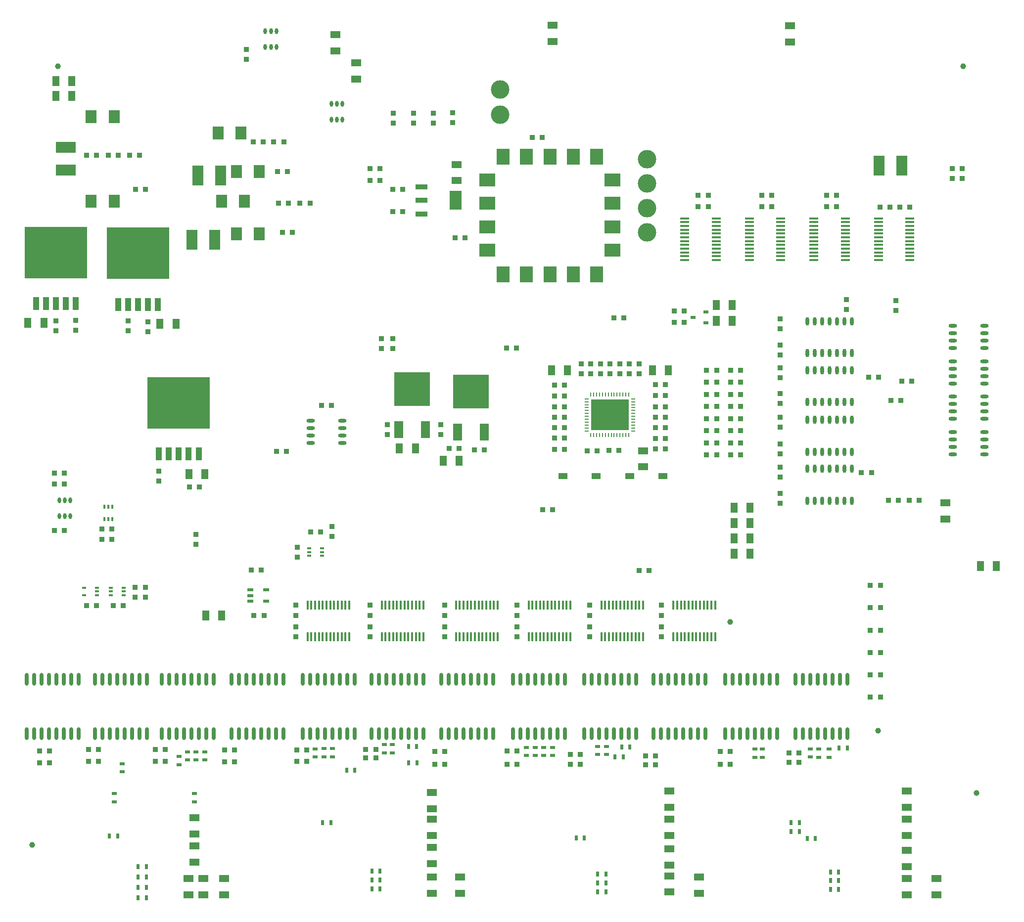
<source format=gbp>
G04*
G04 #@! TF.GenerationSoftware,Altium Limited,Altium Designer,21.1.1 (26)*
G04*
G04 Layer_Color=128*
%FSLAX25Y25*%
%MOIN*%
G70*
G04*
G04 #@! TF.SameCoordinates,6EF8526F-0482-4719-AD29-3D8887788FD4*
G04*
G04*
G04 #@! TF.FilePolarity,Positive*
G04*
G01*
G75*
%ADD27R,0.03740X0.03740*%
%ADD28R,0.03740X0.03740*%
%ADD29O,0.06299X0.01575*%
%ADD33O,0.01575X0.06299*%
%ADD35R,0.03150X0.01575*%
%ADD38R,0.06693X0.04528*%
%ADD39O,0.02362X0.05709*%
%ADD40R,0.03937X0.02362*%
%ADD43C,0.03937*%
%ADD45R,0.07500X0.13500*%
%ADD131O,0.02362X0.03937*%
%ADD132R,0.08465X0.03543*%
%ADD133R,0.08465X0.12598*%
%ADD134R,0.06299X0.03937*%
%ADD135R,0.03347X0.02362*%
%ADD136R,0.04528X0.06693*%
%ADD137O,0.02362X0.08661*%
%ADD138O,0.00984X0.03150*%
%ADD139O,0.03150X0.00984*%
%ADD140R,0.25197X0.20866*%
%ADD141R,0.01575X0.03150*%
%ADD142C,0.12500*%
%ADD143R,0.02362X0.03347*%
%ADD144R,0.03347X0.02362*%
%ADD145R,0.11024X0.09055*%
%ADD146R,0.09055X0.11024*%
%ADD147R,0.07500X0.09000*%
%ADD148R,0.06299X0.11811*%
%ADD149R,0.24410X0.22835*%
%ADD150R,0.13500X0.07500*%
%ADD151O,0.05709X0.02362*%
%ADD152R,0.42000X0.35000*%
%ADD153R,0.04200X0.09000*%
D27*
X187153Y582000D02*
D03*
X193846D02*
D03*
X160846Y301500D02*
D03*
X154154D02*
D03*
X178847D02*
D03*
X172153D02*
D03*
X351847Y596000D02*
D03*
X345153D02*
D03*
X556847Y492500D02*
D03*
X550153D02*
D03*
X556847Y500000D02*
D03*
X550153D02*
D03*
X710235Y452761D02*
D03*
X703543D02*
D03*
X681153Y455332D02*
D03*
X687847D02*
D03*
X696427Y439745D02*
D03*
X703120D02*
D03*
X683162Y391220D02*
D03*
X676469D02*
D03*
X701343Y372363D02*
D03*
X694651D02*
D03*
X708653D02*
D03*
X715346D02*
D03*
X537648Y414096D02*
D03*
X544341D02*
D03*
X537653Y421500D02*
D03*
X544347D02*
D03*
Y443000D02*
D03*
X537653D02*
D03*
Y450500D02*
D03*
X544347D02*
D03*
X537653Y428500D02*
D03*
X544347D02*
D03*
X537653Y407000D02*
D03*
X544347D02*
D03*
X537653Y435500D02*
D03*
X544347D02*
D03*
X594879Y402976D02*
D03*
X588187D02*
D03*
X594879Y411151D02*
D03*
X588187D02*
D03*
X594879Y419325D02*
D03*
X588187D02*
D03*
X594879Y427500D02*
D03*
X588187D02*
D03*
X594879Y435675D02*
D03*
X588187D02*
D03*
X594879Y443850D02*
D03*
X588187D02*
D03*
X594879Y452024D02*
D03*
X588187D02*
D03*
X594879Y460199D02*
D03*
X588187D02*
D03*
X572121Y402976D02*
D03*
X578814D02*
D03*
X572121Y411151D02*
D03*
X578814D02*
D03*
X572121Y419325D02*
D03*
X578814D02*
D03*
X572121Y427500D02*
D03*
X578814D02*
D03*
X572121Y435675D02*
D03*
X578814D02*
D03*
X572121Y443850D02*
D03*
X578814D02*
D03*
X572121Y452024D02*
D03*
X578814D02*
D03*
X572121Y460199D02*
D03*
X578814D02*
D03*
X498401Y405900D02*
D03*
X491709D02*
D03*
X506153Y406000D02*
D03*
X512847D02*
D03*
X469661Y406900D02*
D03*
X476354D02*
D03*
X469654Y414500D02*
D03*
X476346D02*
D03*
X469654Y421500D02*
D03*
X476346D02*
D03*
X469654Y428500D02*
D03*
X476346D02*
D03*
X469654Y435500D02*
D03*
X476346D02*
D03*
X469661Y442880D02*
D03*
X476354D02*
D03*
X469661Y450076D02*
D03*
X476354D02*
D03*
X164654Y353000D02*
D03*
X171346D02*
D03*
Y346000D02*
D03*
X164654D02*
D03*
X682461Y284928D02*
D03*
X689153D02*
D03*
X682461Y269857D02*
D03*
X689153D02*
D03*
X609154Y578000D02*
D03*
X615846D02*
D03*
X566468Y570500D02*
D03*
X573161D02*
D03*
X615846D02*
D03*
X609154D02*
D03*
X709048Y570205D02*
D03*
X702355D02*
D03*
X689032Y570076D02*
D03*
X695725D02*
D03*
X652853Y578000D02*
D03*
X659547D02*
D03*
X573161D02*
D03*
X566468D02*
D03*
X659547Y570500D02*
D03*
X652853D02*
D03*
X345153Y588000D02*
D03*
X351847D02*
D03*
X461346Y617000D02*
D03*
X454654D02*
D03*
X402654Y549500D02*
D03*
X409346D02*
D03*
X744347Y596000D02*
D03*
X737653D02*
D03*
X744347Y589500D02*
D03*
X737653D02*
D03*
X634329Y195870D02*
D03*
X627636D02*
D03*
X304837Y572890D02*
D03*
X298144D02*
D03*
X415654Y406390D02*
D03*
X422346D02*
D03*
X398654Y407500D02*
D03*
X405346D02*
D03*
X183441Y605100D02*
D03*
X190134D02*
D03*
X168826D02*
D03*
X175519D02*
D03*
X154326D02*
D03*
X161019D02*
D03*
X280474Y614000D02*
D03*
X287167D02*
D03*
X266504D02*
D03*
X273197D02*
D03*
X283757Y572890D02*
D03*
X290450D02*
D03*
X689153Y239713D02*
D03*
X682461D02*
D03*
X689153Y254785D02*
D03*
X682461D02*
D03*
X689153Y300000D02*
D03*
X682461D02*
D03*
X689153Y315072D02*
D03*
X682461D02*
D03*
X132653Y383500D02*
D03*
X139347D02*
D03*
X132567Y352000D02*
D03*
X139260D02*
D03*
X312619Y436500D02*
D03*
X319312D02*
D03*
X444097Y474988D02*
D03*
X437403D02*
D03*
X526620Y325000D02*
D03*
X533313D02*
D03*
X509654Y495500D02*
D03*
X516347D02*
D03*
X468298Y366000D02*
D03*
X461605D02*
D03*
X282154Y405500D02*
D03*
X288846D02*
D03*
X155654Y196500D02*
D03*
X162346D02*
D03*
X247294Y196000D02*
D03*
X253987D02*
D03*
X342472Y198786D02*
D03*
X349165D02*
D03*
X437653Y194500D02*
D03*
X444347D02*
D03*
X530873Y194000D02*
D03*
X537566D02*
D03*
X155654Y204500D02*
D03*
X162346D02*
D03*
X247294Y204000D02*
D03*
X253987D02*
D03*
X342472Y204500D02*
D03*
X349165D02*
D03*
X437653Y203500D02*
D03*
X444347D02*
D03*
X530873Y200130D02*
D03*
X537566D02*
D03*
X627654Y202000D02*
D03*
X634346D02*
D03*
X129347Y195500D02*
D03*
X122653D02*
D03*
X200654Y196500D02*
D03*
X207347D02*
D03*
X295999D02*
D03*
X302692D02*
D03*
X388913Y194500D02*
D03*
X395605D02*
D03*
X480224Y194502D02*
D03*
X486916D02*
D03*
X581153Y194500D02*
D03*
X587847D02*
D03*
X129347Y203500D02*
D03*
X122653D02*
D03*
X200654Y204500D02*
D03*
X207347D02*
D03*
X295999Y204000D02*
D03*
X302692D02*
D03*
X388913Y203000D02*
D03*
X395605D02*
D03*
X480224Y201173D02*
D03*
X486916D02*
D03*
X581153Y203000D02*
D03*
X587847D02*
D03*
X360653Y567161D02*
D03*
X367347D02*
D03*
X360653Y582161D02*
D03*
X367347D02*
D03*
X267122Y294937D02*
D03*
X273815D02*
D03*
X271847Y325500D02*
D03*
X265154D02*
D03*
X230335Y381500D02*
D03*
X223642D02*
D03*
X282970Y594000D02*
D03*
X289663D02*
D03*
X305336Y351111D02*
D03*
X312029D02*
D03*
X286316Y553000D02*
D03*
X293009D02*
D03*
X132653Y390750D02*
D03*
X139347D02*
D03*
D28*
X353000Y481347D02*
D03*
Y474653D02*
D03*
X262000Y669654D02*
D03*
Y676346D02*
D03*
X194000Y313846D02*
D03*
Y307154D02*
D03*
X187000Y313846D02*
D03*
Y307154D02*
D03*
X621665Y454950D02*
D03*
Y461643D02*
D03*
Y437742D02*
D03*
Y444434D02*
D03*
X699773Y500437D02*
D03*
Y507130D02*
D03*
X666181Y507917D02*
D03*
Y501224D02*
D03*
X621665Y377186D02*
D03*
Y370493D02*
D03*
Y394894D02*
D03*
Y388201D02*
D03*
Y410602D02*
D03*
Y403909D02*
D03*
Y428310D02*
D03*
Y421617D02*
D03*
Y477018D02*
D03*
Y470325D02*
D03*
Y494726D02*
D03*
Y488033D02*
D03*
X487500Y464347D02*
D03*
Y457654D02*
D03*
X494000Y464347D02*
D03*
Y457654D02*
D03*
X500500Y464347D02*
D03*
Y457654D02*
D03*
X507000Y464347D02*
D03*
Y457654D02*
D03*
X513500Y464347D02*
D03*
Y457654D02*
D03*
X520000Y464347D02*
D03*
Y457654D02*
D03*
X526500Y464347D02*
D03*
Y457654D02*
D03*
X228000Y342653D02*
D03*
Y349346D02*
D03*
X319500Y348153D02*
D03*
Y354847D02*
D03*
X393000Y423319D02*
D03*
Y416627D02*
D03*
X357000D02*
D03*
Y423319D02*
D03*
X295231Y301630D02*
D03*
Y294937D02*
D03*
X345231Y301630D02*
D03*
Y294937D02*
D03*
X395490Y301630D02*
D03*
Y294937D02*
D03*
X444231Y301630D02*
D03*
Y294937D02*
D03*
X493231Y301630D02*
D03*
Y294937D02*
D03*
X541797Y301630D02*
D03*
Y294937D02*
D03*
X295231Y287063D02*
D03*
Y280370D02*
D03*
X345231Y287063D02*
D03*
Y280370D02*
D03*
X395490Y287063D02*
D03*
Y280370D02*
D03*
X444231Y287063D02*
D03*
Y280370D02*
D03*
X493231Y287063D02*
D03*
Y280370D02*
D03*
X541797Y287063D02*
D03*
Y280370D02*
D03*
X133639Y486728D02*
D03*
Y493421D02*
D03*
X147039Y487153D02*
D03*
Y493847D02*
D03*
X195584Y486228D02*
D03*
Y492921D02*
D03*
X182184Y486654D02*
D03*
Y493347D02*
D03*
X203030Y385387D02*
D03*
Y392080D02*
D03*
X296252Y334195D02*
D03*
Y340888D02*
D03*
X374500Y626653D02*
D03*
Y633347D02*
D03*
X361000Y626653D02*
D03*
Y633347D02*
D03*
X388000Y626653D02*
D03*
Y633347D02*
D03*
X400992Y627153D02*
D03*
Y633847D02*
D03*
X360653Y481347D02*
D03*
Y474653D02*
D03*
D29*
X578630Y562575D02*
D03*
Y560016D02*
D03*
Y557457D02*
D03*
Y554898D02*
D03*
Y552339D02*
D03*
Y549780D02*
D03*
Y547221D02*
D03*
Y544661D02*
D03*
Y542102D02*
D03*
Y539543D02*
D03*
Y536984D02*
D03*
Y534425D02*
D03*
X557370Y562575D02*
D03*
Y560016D02*
D03*
Y557457D02*
D03*
Y554898D02*
D03*
Y552339D02*
D03*
Y549780D02*
D03*
Y547221D02*
D03*
Y544661D02*
D03*
Y542102D02*
D03*
Y539543D02*
D03*
Y536984D02*
D03*
Y534425D02*
D03*
X709130Y562575D02*
D03*
Y560016D02*
D03*
Y557457D02*
D03*
Y554898D02*
D03*
Y552339D02*
D03*
Y549780D02*
D03*
Y547221D02*
D03*
Y544661D02*
D03*
Y542102D02*
D03*
Y539543D02*
D03*
Y536984D02*
D03*
Y534425D02*
D03*
X687870Y562575D02*
D03*
Y560016D02*
D03*
Y557457D02*
D03*
Y554898D02*
D03*
Y552339D02*
D03*
Y549780D02*
D03*
Y547221D02*
D03*
Y544661D02*
D03*
Y542102D02*
D03*
Y539543D02*
D03*
Y536984D02*
D03*
Y534425D02*
D03*
X622130Y562575D02*
D03*
Y560016D02*
D03*
Y557457D02*
D03*
Y554898D02*
D03*
Y552339D02*
D03*
Y549780D02*
D03*
Y547221D02*
D03*
Y544661D02*
D03*
Y542102D02*
D03*
Y539543D02*
D03*
Y536984D02*
D03*
Y534425D02*
D03*
X600870Y562575D02*
D03*
Y560016D02*
D03*
Y557457D02*
D03*
Y554898D02*
D03*
Y552339D02*
D03*
Y549780D02*
D03*
Y547221D02*
D03*
Y544661D02*
D03*
Y542102D02*
D03*
Y539543D02*
D03*
Y536984D02*
D03*
Y534425D02*
D03*
X665630Y562575D02*
D03*
Y560016D02*
D03*
Y557457D02*
D03*
Y554898D02*
D03*
Y552339D02*
D03*
Y549780D02*
D03*
Y547221D02*
D03*
Y544661D02*
D03*
Y542102D02*
D03*
Y539543D02*
D03*
Y536984D02*
D03*
Y534425D02*
D03*
X644370Y562575D02*
D03*
Y560016D02*
D03*
Y557457D02*
D03*
Y554898D02*
D03*
Y552339D02*
D03*
Y549780D02*
D03*
Y547221D02*
D03*
Y544661D02*
D03*
Y542102D02*
D03*
Y539543D02*
D03*
Y536984D02*
D03*
Y534425D02*
D03*
D33*
X331306Y280370D02*
D03*
X328747D02*
D03*
X326187D02*
D03*
X323628D02*
D03*
X321069D02*
D03*
X318510D02*
D03*
X315951D02*
D03*
X313392D02*
D03*
X310833D02*
D03*
X308274D02*
D03*
X305715D02*
D03*
X303156D02*
D03*
X331306Y301630D02*
D03*
X328747D02*
D03*
X326187D02*
D03*
X323628D02*
D03*
X321069D02*
D03*
X318510D02*
D03*
X315951D02*
D03*
X313392D02*
D03*
X310833D02*
D03*
X308274D02*
D03*
X305715D02*
D03*
X303156D02*
D03*
X381306Y280370D02*
D03*
X378747D02*
D03*
X376187D02*
D03*
X373628D02*
D03*
X371069D02*
D03*
X368510D02*
D03*
X365951D02*
D03*
X363392D02*
D03*
X360833D02*
D03*
X358274D02*
D03*
X355715D02*
D03*
X353156D02*
D03*
X381306Y301630D02*
D03*
X378747D02*
D03*
X376187D02*
D03*
X373628D02*
D03*
X371069D02*
D03*
X368510D02*
D03*
X365951D02*
D03*
X363392D02*
D03*
X360833D02*
D03*
X358274D02*
D03*
X355715D02*
D03*
X353156D02*
D03*
X431306Y280370D02*
D03*
X428747D02*
D03*
X426187D02*
D03*
X423628D02*
D03*
X421069D02*
D03*
X418510D02*
D03*
X415951D02*
D03*
X413392D02*
D03*
X410833D02*
D03*
X408274D02*
D03*
X405715D02*
D03*
X403156D02*
D03*
X431306Y301630D02*
D03*
X428747D02*
D03*
X426187D02*
D03*
X423628D02*
D03*
X421069D02*
D03*
X418510D02*
D03*
X415951D02*
D03*
X413392D02*
D03*
X410833D02*
D03*
X408274D02*
D03*
X405715D02*
D03*
X403156D02*
D03*
X480305Y280370D02*
D03*
X477746D02*
D03*
X475187D02*
D03*
X472628D02*
D03*
X470069D02*
D03*
X467510D02*
D03*
X464951D02*
D03*
X462392D02*
D03*
X459833D02*
D03*
X457274D02*
D03*
X454715D02*
D03*
X452156D02*
D03*
X480305Y301630D02*
D03*
X477746D02*
D03*
X475187D02*
D03*
X472628D02*
D03*
X470069D02*
D03*
X467510D02*
D03*
X464951D02*
D03*
X462392D02*
D03*
X459833D02*
D03*
X457274D02*
D03*
X454715D02*
D03*
X452156D02*
D03*
X529306Y280370D02*
D03*
X526747D02*
D03*
X524187D02*
D03*
X521628D02*
D03*
X519069D02*
D03*
X516510D02*
D03*
X513951D02*
D03*
X511392D02*
D03*
X508833D02*
D03*
X506274D02*
D03*
X503715D02*
D03*
X501156D02*
D03*
X529306Y301630D02*
D03*
X526747D02*
D03*
X524187D02*
D03*
X521628D02*
D03*
X519069D02*
D03*
X516510D02*
D03*
X513951D02*
D03*
X511392D02*
D03*
X508833D02*
D03*
X506274D02*
D03*
X503715D02*
D03*
X501156D02*
D03*
X577872Y280370D02*
D03*
X575313D02*
D03*
X572754D02*
D03*
X570194D02*
D03*
X567635D02*
D03*
X565076D02*
D03*
X562517D02*
D03*
X559958D02*
D03*
X557399D02*
D03*
X554840D02*
D03*
X552281D02*
D03*
X549722D02*
D03*
X577872Y301630D02*
D03*
X575313D02*
D03*
X572754D02*
D03*
X570194D02*
D03*
X567635D02*
D03*
X565076D02*
D03*
X562517D02*
D03*
X559958D02*
D03*
X557399D02*
D03*
X554840D02*
D03*
X552281D02*
D03*
X549722D02*
D03*
D35*
X152768Y313559D02*
D03*
Y308441D02*
D03*
X161232D02*
D03*
Y311000D02*
D03*
Y313559D02*
D03*
X170768D02*
D03*
Y311000D02*
D03*
Y308441D02*
D03*
X179232D02*
D03*
Y311000D02*
D03*
Y313559D02*
D03*
X312816Y340100D02*
D03*
Y337541D02*
D03*
Y334982D02*
D03*
X304352D02*
D03*
Y337541D02*
D03*
Y340100D02*
D03*
D38*
X336000Y667413D02*
D03*
Y656587D02*
D03*
X322000Y686413D02*
D03*
Y675587D02*
D03*
X628300Y692319D02*
D03*
Y681492D02*
D03*
X468300Y692758D02*
D03*
Y681931D02*
D03*
X733000Y359913D02*
D03*
Y370740D02*
D03*
X223000Y117413D02*
D03*
Y106587D02*
D03*
X233000Y106587D02*
D03*
Y117413D02*
D03*
X227000Y147587D02*
D03*
Y158413D02*
D03*
X387000Y118413D02*
D03*
Y107587D02*
D03*
Y138413D02*
D03*
Y127587D02*
D03*
Y164587D02*
D03*
Y175413D02*
D03*
Y146587D02*
D03*
Y157413D02*
D03*
X547000Y146587D02*
D03*
Y157413D02*
D03*
Y137413D02*
D03*
Y126587D02*
D03*
Y119173D02*
D03*
Y108346D02*
D03*
Y165587D02*
D03*
Y176413D02*
D03*
X707000Y146587D02*
D03*
Y157413D02*
D03*
Y165587D02*
D03*
Y176413D02*
D03*
Y136413D02*
D03*
Y125587D02*
D03*
Y117413D02*
D03*
Y106587D02*
D03*
X227000Y128587D02*
D03*
Y139413D02*
D03*
X727000Y106587D02*
D03*
Y117413D02*
D03*
X567000Y107587D02*
D03*
Y118413D02*
D03*
X406000Y107587D02*
D03*
Y118413D02*
D03*
X247000Y106587D02*
D03*
Y117413D02*
D03*
X529306Y395087D02*
D03*
Y405913D02*
D03*
X403500Y598913D02*
D03*
Y588087D02*
D03*
D39*
X640000Y493228D02*
D03*
X645000D02*
D03*
X650000D02*
D03*
X655000D02*
D03*
X660000D02*
D03*
X665000D02*
D03*
X670000D02*
D03*
X640000Y471772D02*
D03*
X645000D02*
D03*
X650000D02*
D03*
X655000D02*
D03*
X660000D02*
D03*
X665000D02*
D03*
X670000D02*
D03*
X640000Y460228D02*
D03*
X645000D02*
D03*
X650000D02*
D03*
X655000D02*
D03*
X660000D02*
D03*
X665000D02*
D03*
X670000D02*
D03*
X640000Y438772D02*
D03*
X645000D02*
D03*
X650000D02*
D03*
X655000D02*
D03*
X660000D02*
D03*
X665000D02*
D03*
X670000D02*
D03*
X640000Y393728D02*
D03*
X645000D02*
D03*
X650000D02*
D03*
X655000D02*
D03*
X660000D02*
D03*
X665000D02*
D03*
X670000D02*
D03*
X640000Y372272D02*
D03*
X645000D02*
D03*
X650000D02*
D03*
X655000D02*
D03*
X660000D02*
D03*
X665000D02*
D03*
X670000D02*
D03*
X640000Y426728D02*
D03*
X645000D02*
D03*
X650000D02*
D03*
X655000D02*
D03*
X660000D02*
D03*
X665000D02*
D03*
X670000D02*
D03*
X640000Y405272D02*
D03*
X645000D02*
D03*
X650000D02*
D03*
X655000D02*
D03*
X660000D02*
D03*
X665000D02*
D03*
X670000D02*
D03*
D40*
X264587Y304543D02*
D03*
Y308283D02*
D03*
Y312024D02*
D03*
X275413D02*
D03*
Y304543D02*
D03*
D43*
X135000Y665000D02*
D03*
X117500Y140000D02*
D03*
X745000Y665000D02*
D03*
X587847Y290393D02*
D03*
X687500Y217000D02*
D03*
X754000Y175000D02*
D03*
D45*
X688252Y598000D02*
D03*
X703748D02*
D03*
X229252Y591500D02*
D03*
X244748D02*
D03*
X225252Y548000D02*
D03*
X240748D02*
D03*
D131*
X282240Y678185D02*
D03*
X278500D02*
D03*
X274760D02*
D03*
X282240Y688815D02*
D03*
X278500D02*
D03*
X274760D02*
D03*
X326740Y629185D02*
D03*
X323000D02*
D03*
X319260D02*
D03*
X326740Y639815D02*
D03*
X323000D02*
D03*
X319260D02*
D03*
X143394Y361685D02*
D03*
X139654D02*
D03*
X135913D02*
D03*
X143394Y372315D02*
D03*
X139654D02*
D03*
X135913D02*
D03*
D132*
X379984Y565606D02*
D03*
Y574661D02*
D03*
Y583716D02*
D03*
D133*
X403016Y574661D02*
D03*
D134*
X475187Y388911D02*
D03*
X520187D02*
D03*
X497687D02*
D03*
X542687D02*
D03*
D135*
X563024Y495756D02*
D03*
X571488Y492016D02*
D03*
Y499496D02*
D03*
D136*
X756587Y328000D02*
D03*
X767413D02*
D03*
X535587Y460000D02*
D03*
X546413D02*
D03*
X601324Y336500D02*
D03*
X590497D02*
D03*
X601324Y346833D02*
D03*
X590497D02*
D03*
X601324Y357167D02*
D03*
X590497D02*
D03*
X601324Y367500D02*
D03*
X590497D02*
D03*
X578587Y504000D02*
D03*
X589413D02*
D03*
X578587Y493500D02*
D03*
X589413D02*
D03*
X467587Y460000D02*
D03*
X478413D02*
D03*
X405413Y399000D02*
D03*
X394587D02*
D03*
X365087Y407390D02*
D03*
X375913D02*
D03*
X144413Y645000D02*
D03*
X133587D02*
D03*
X144413Y655000D02*
D03*
X133587D02*
D03*
X114678Y492000D02*
D03*
X125505D02*
D03*
X214552Y491500D02*
D03*
X203725D02*
D03*
X245413Y294937D02*
D03*
X234587D02*
D03*
X234000Y390233D02*
D03*
X223173D02*
D03*
D137*
X251964Y251693D02*
D03*
X256964D02*
D03*
X261964D02*
D03*
X266964D02*
D03*
X271964D02*
D03*
X276964D02*
D03*
X281964D02*
D03*
X286964D02*
D03*
X251964Y215000D02*
D03*
X256964D02*
D03*
X261964D02*
D03*
X266964D02*
D03*
X271964D02*
D03*
X276964D02*
D03*
X281964D02*
D03*
X286964D02*
D03*
X195000D02*
D03*
X190000D02*
D03*
X185000D02*
D03*
X180000D02*
D03*
X175000D02*
D03*
X170000D02*
D03*
X165000D02*
D03*
X160000D02*
D03*
X195000Y251693D02*
D03*
X190000D02*
D03*
X185000D02*
D03*
X180000D02*
D03*
X175000D02*
D03*
X170000D02*
D03*
X165000D02*
D03*
X160000D02*
D03*
X381231Y215000D02*
D03*
X376231D02*
D03*
X371231D02*
D03*
X366231D02*
D03*
X361231D02*
D03*
X356231D02*
D03*
X351231D02*
D03*
X346231D02*
D03*
X381231Y251693D02*
D03*
X376231D02*
D03*
X371231D02*
D03*
X366231D02*
D03*
X361231D02*
D03*
X356231D02*
D03*
X351231D02*
D03*
X346231D02*
D03*
X476582Y215000D02*
D03*
X471582D02*
D03*
X466582D02*
D03*
X461582D02*
D03*
X456582D02*
D03*
X451582D02*
D03*
X446582D02*
D03*
X441582D02*
D03*
X476582Y251693D02*
D03*
X471582D02*
D03*
X466582D02*
D03*
X461582D02*
D03*
X456582D02*
D03*
X451582D02*
D03*
X446582D02*
D03*
X441582D02*
D03*
X571405Y215000D02*
D03*
X566405D02*
D03*
X561405D02*
D03*
X556405D02*
D03*
X551405D02*
D03*
X546405D02*
D03*
X541405D02*
D03*
X536405D02*
D03*
X571405Y251693D02*
D03*
X566405D02*
D03*
X561405D02*
D03*
X556405D02*
D03*
X551405D02*
D03*
X546405D02*
D03*
X541405D02*
D03*
X536405D02*
D03*
X666818Y215000D02*
D03*
X661818D02*
D03*
X656818D02*
D03*
X651818D02*
D03*
X646818D02*
D03*
X641818D02*
D03*
X636818D02*
D03*
X631818D02*
D03*
X666818Y251693D02*
D03*
X661818D02*
D03*
X656818D02*
D03*
X651818D02*
D03*
X646818D02*
D03*
X641818D02*
D03*
X636818D02*
D03*
X631818D02*
D03*
X149000Y215000D02*
D03*
X144000D02*
D03*
X139000D02*
D03*
X134000D02*
D03*
X129000D02*
D03*
X124000D02*
D03*
X119000D02*
D03*
X114000D02*
D03*
X149000Y251693D02*
D03*
X144000D02*
D03*
X139000D02*
D03*
X134000D02*
D03*
X129000D02*
D03*
X124000D02*
D03*
X119000D02*
D03*
X114000D02*
D03*
X240000Y215000D02*
D03*
X235000D02*
D03*
X230000D02*
D03*
X225000D02*
D03*
X220000D02*
D03*
X215000D02*
D03*
X210000D02*
D03*
X205000D02*
D03*
X240000Y251693D02*
D03*
X235000D02*
D03*
X230000D02*
D03*
X225000D02*
D03*
X220000D02*
D03*
X215000D02*
D03*
X210000D02*
D03*
X205000D02*
D03*
X335046Y215000D02*
D03*
X330046D02*
D03*
X325046D02*
D03*
X320046D02*
D03*
X315046D02*
D03*
X310046D02*
D03*
X305046D02*
D03*
X300046D02*
D03*
X335046Y251693D02*
D03*
X330046D02*
D03*
X325046D02*
D03*
X320046D02*
D03*
X315046D02*
D03*
X310046D02*
D03*
X305046D02*
D03*
X300046D02*
D03*
X428259Y215000D02*
D03*
X423259D02*
D03*
X418259D02*
D03*
X413259D02*
D03*
X408259D02*
D03*
X403259D02*
D03*
X398259D02*
D03*
X393259D02*
D03*
X428259Y251693D02*
D03*
X423259D02*
D03*
X418259D02*
D03*
X413259D02*
D03*
X408259D02*
D03*
X403259D02*
D03*
X398259D02*
D03*
X393259D02*
D03*
X524787Y215000D02*
D03*
X519787D02*
D03*
X514787D02*
D03*
X509787D02*
D03*
X504787D02*
D03*
X499787D02*
D03*
X494787D02*
D03*
X489787D02*
D03*
X524787Y251693D02*
D03*
X519787D02*
D03*
X514787D02*
D03*
X509787D02*
D03*
X504787D02*
D03*
X499787D02*
D03*
X494787D02*
D03*
X489787D02*
D03*
X619500Y215000D02*
D03*
X614500D02*
D03*
X609500D02*
D03*
X604500D02*
D03*
X599500D02*
D03*
X594500D02*
D03*
X589500D02*
D03*
X584500D02*
D03*
X619500Y251693D02*
D03*
X614500D02*
D03*
X609500D02*
D03*
X604500D02*
D03*
X599500D02*
D03*
X594500D02*
D03*
X589500D02*
D03*
X584500D02*
D03*
D138*
X494055Y443728D02*
D03*
X496024D02*
D03*
X497992D02*
D03*
X499961D02*
D03*
X501929D02*
D03*
X503898D02*
D03*
X505866D02*
D03*
X507835D02*
D03*
X509803D02*
D03*
X511772D02*
D03*
X513740D02*
D03*
X515709D02*
D03*
X517677D02*
D03*
X519646D02*
D03*
Y416366D02*
D03*
X517677D02*
D03*
X515709D02*
D03*
X513740D02*
D03*
X511772D02*
D03*
X509803D02*
D03*
X507835D02*
D03*
X505866D02*
D03*
X503898D02*
D03*
X501929D02*
D03*
X499961D02*
D03*
X497992D02*
D03*
X496024D02*
D03*
X494055D02*
D03*
D139*
X522500Y440874D02*
D03*
Y438905D02*
D03*
Y436937D02*
D03*
Y434969D02*
D03*
Y433000D02*
D03*
Y431032D02*
D03*
Y429063D02*
D03*
Y427095D02*
D03*
Y425126D02*
D03*
Y423158D02*
D03*
Y421189D02*
D03*
Y419220D02*
D03*
X491201D02*
D03*
Y421189D02*
D03*
Y423158D02*
D03*
Y425126D02*
D03*
Y427095D02*
D03*
Y429063D02*
D03*
Y431032D02*
D03*
Y433000D02*
D03*
Y434969D02*
D03*
Y436937D02*
D03*
Y438905D02*
D03*
Y440874D02*
D03*
D140*
X506850Y430047D02*
D03*
D141*
X166441Y359768D02*
D03*
X169000D02*
D03*
X171559D02*
D03*
Y368232D02*
D03*
X169000D02*
D03*
X166441D02*
D03*
D142*
X532000Y602500D02*
D03*
Y553000D02*
D03*
Y569500D02*
D03*
Y586000D02*
D03*
X433000Y649500D02*
D03*
Y632500D02*
D03*
D143*
X484244Y144883D02*
D03*
X489756D02*
D03*
X629032Y155000D02*
D03*
X634543D02*
D03*
X639897Y144500D02*
D03*
X645409D02*
D03*
X629062Y149200D02*
D03*
X634574D02*
D03*
X371194Y206353D02*
D03*
X376706D02*
D03*
X346524Y122594D02*
D03*
X352036D02*
D03*
X376941Y195500D02*
D03*
X371429D02*
D03*
X498744Y108500D02*
D03*
X504256D02*
D03*
X346524Y116595D02*
D03*
X352036D02*
D03*
X655562Y110002D02*
D03*
X661074D02*
D03*
X189044Y111594D02*
D03*
X194556D02*
D03*
X189044Y118595D02*
D03*
X194556D02*
D03*
X189044Y125594D02*
D03*
X194556D02*
D03*
X169744Y146263D02*
D03*
X175256D02*
D03*
X313353Y155000D02*
D03*
X318865D02*
D03*
X189044Y104595D02*
D03*
X194556D02*
D03*
X346524Y110594D02*
D03*
X352036D02*
D03*
X329488Y190468D02*
D03*
X335000D02*
D03*
X498744Y114500D02*
D03*
X504256D02*
D03*
X514844Y206073D02*
D03*
X520356D02*
D03*
X510344Y199500D02*
D03*
X515856D02*
D03*
X498744Y120500D02*
D03*
X504256D02*
D03*
X661344Y205437D02*
D03*
X666856D02*
D03*
X655562Y121906D02*
D03*
X661074D02*
D03*
X655562Y116000D02*
D03*
X661074D02*
D03*
D144*
X641818Y204929D02*
D03*
Y199417D02*
D03*
X498605Y206595D02*
D03*
Y201083D02*
D03*
X456487Y205843D02*
D03*
Y200331D02*
D03*
X450790Y205843D02*
D03*
Y200331D02*
D03*
X504798Y206595D02*
D03*
Y201083D02*
D03*
X647653Y204756D02*
D03*
Y199244D02*
D03*
X468298Y205843D02*
D03*
Y200331D02*
D03*
X462392Y205843D02*
D03*
Y200331D02*
D03*
X609500Y204756D02*
D03*
Y199244D02*
D03*
X233819Y202930D02*
D03*
Y197419D02*
D03*
X227932Y202930D02*
D03*
Y197419D02*
D03*
X222268Y202930D02*
D03*
Y197419D02*
D03*
X360396Y207626D02*
D03*
Y202114D02*
D03*
X604500Y204756D02*
D03*
Y199244D02*
D03*
X216537Y199756D02*
D03*
Y194244D02*
D03*
X308384Y204870D02*
D03*
Y199358D02*
D03*
X173000Y174756D02*
D03*
Y169244D02*
D03*
X178300Y194904D02*
D03*
Y189392D02*
D03*
X227000Y169244D02*
D03*
Y174756D02*
D03*
X355050Y207749D02*
D03*
Y202237D02*
D03*
X320046Y205056D02*
D03*
Y199544D02*
D03*
X314211Y205056D02*
D03*
Y199544D02*
D03*
X654718Y204756D02*
D03*
Y199244D02*
D03*
D145*
X424299Y588429D02*
D03*
Y572681D02*
D03*
Y556933D02*
D03*
Y541185D02*
D03*
X508748D02*
D03*
Y556933D02*
D03*
Y572681D02*
D03*
Y588429D02*
D03*
D146*
X435028Y524650D02*
D03*
X450776D02*
D03*
X466524D02*
D03*
X482272D02*
D03*
X498020D02*
D03*
Y604177D02*
D03*
X482272D02*
D03*
X466524D02*
D03*
X450776D02*
D03*
X435028D02*
D03*
D147*
X255252Y552000D02*
D03*
X270748D02*
D03*
X157391Y574000D02*
D03*
X172887D02*
D03*
X157391Y631000D02*
D03*
X172887D02*
D03*
X258454Y620000D02*
D03*
X242958D02*
D03*
X270748Y594000D02*
D03*
X255252D02*
D03*
X260748Y574000D02*
D03*
X245252D02*
D03*
D148*
X422292Y418327D02*
D03*
X404300D02*
D03*
X382792Y419973D02*
D03*
X364800D02*
D03*
D149*
X413296Y445807D02*
D03*
X373796Y447453D02*
D03*
D150*
X140339Y595000D02*
D03*
Y610496D02*
D03*
D151*
X759386Y466167D02*
D03*
Y461167D02*
D03*
Y456167D02*
D03*
Y451167D02*
D03*
X737929Y466167D02*
D03*
Y461167D02*
D03*
Y456167D02*
D03*
Y451167D02*
D03*
X759386Y442333D02*
D03*
Y437333D02*
D03*
Y432333D02*
D03*
Y427333D02*
D03*
X737929Y442333D02*
D03*
Y437333D02*
D03*
Y432333D02*
D03*
Y427333D02*
D03*
X759386Y490000D02*
D03*
Y485000D02*
D03*
Y480000D02*
D03*
Y475000D02*
D03*
X737929Y490000D02*
D03*
Y485000D02*
D03*
Y480000D02*
D03*
Y475000D02*
D03*
X759386Y418500D02*
D03*
Y413500D02*
D03*
Y408500D02*
D03*
Y403500D02*
D03*
X737929Y418500D02*
D03*
Y413500D02*
D03*
Y408500D02*
D03*
Y403500D02*
D03*
X305238Y411037D02*
D03*
Y416037D02*
D03*
Y421037D02*
D03*
Y426037D02*
D03*
X326694Y411037D02*
D03*
Y416037D02*
D03*
Y421037D02*
D03*
Y426037D02*
D03*
D152*
X133639Y539500D02*
D03*
X188884Y539000D02*
D03*
X216430Y438233D02*
D03*
D153*
X147039Y505000D02*
D03*
X140339D02*
D03*
X120239D02*
D03*
X126939D02*
D03*
X133639D02*
D03*
X202284Y504500D02*
D03*
X195584D02*
D03*
X175484D02*
D03*
X182184D02*
D03*
X188884D02*
D03*
X229830Y403733D02*
D03*
X223130D02*
D03*
X203030D02*
D03*
X209730D02*
D03*
X216430D02*
D03*
M02*

</source>
